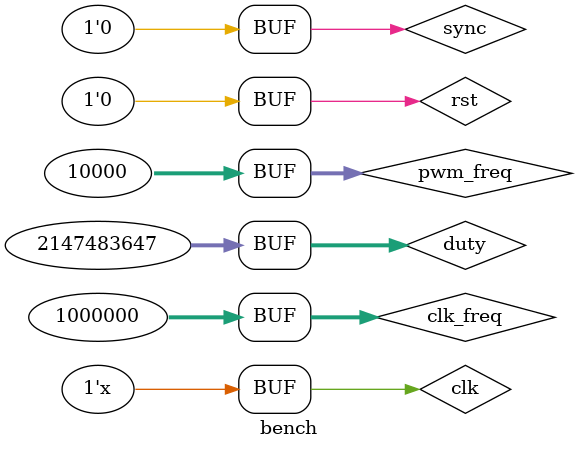
<source format=v>
module bench ();
    
    reg clk       = 0;
    always #1 clk = ~clk;
    
    reg rst               = 0;
    reg sync              = 0;
    reg [31 : 0] clk_freq = 32'd1000000;
    reg [31 : 0] pwm_freq = 32'd10000;
    reg [31 : 0] duty     = 32'h7fffffff;
    
    wire pwm;
    
    pwm_bus_interface pwm_bus_interface_inst (
    .rst (rst),
    .clk (clk),
    
    .pwm (pwm),
    
    .sync(sync),
    .clk_freq(clk_freq),// kHz
    .pwm_freq(pwm_freq),// kHz
    .duty(duty));
    
    initial begin
        #10 rst  = 1;
        #100 rst = 0;
        
        #100 sync  = 1;
        #2 sync = 0;

    end
    
endmodule

</source>
